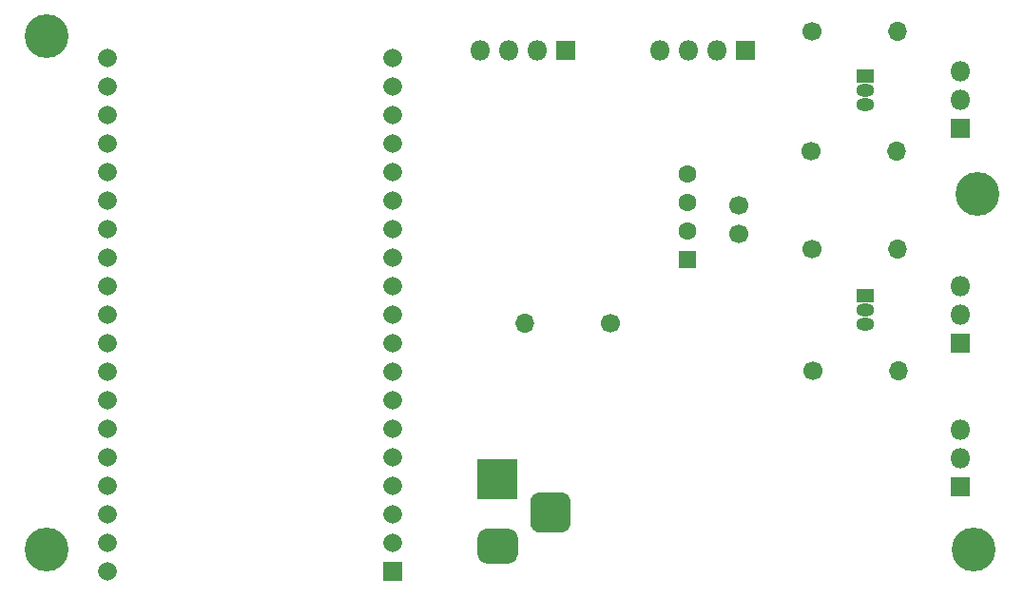
<source format=gbr>
G04 #@! TF.GenerationSoftware,KiCad,Pcbnew,(5.1.6)-1*
G04 #@! TF.CreationDate,2020-07-21T12:12:18+05:30*
G04 #@! TF.ProjectId,WeatherStationPCB,57656174-6865-4725-9374-6174696f6e50,rev?*
G04 #@! TF.SameCoordinates,Original*
G04 #@! TF.FileFunction,Soldermask,Top*
G04 #@! TF.FilePolarity,Negative*
%FSLAX46Y46*%
G04 Gerber Fmt 4.6, Leading zero omitted, Abs format (unit mm)*
G04 Created by KiCad (PCBNEW (5.1.6)-1) date 2020-07-21 12:12:18*
%MOMM*%
%LPD*%
G01*
G04 APERTURE LIST*
%ADD10O,1.800000X1.800000*%
%ADD11R,1.800000X1.800000*%
%ADD12C,3.900000*%
%ADD13O,1.700000X1.700000*%
%ADD14C,1.700000*%
%ADD15R,1.660000X1.660000*%
%ADD16C,1.660000*%
%ADD17C,1.600000*%
%ADD18R,1.600000X1.600000*%
%ADD19R,3.600000X3.600000*%
%ADD20O,1.600000X1.150000*%
%ADD21R,1.600000X1.150000*%
G04 APERTURE END LIST*
D10*
X156337000Y-99758000D03*
X156337000Y-102298000D03*
D11*
X156337000Y-104838000D03*
D12*
X74930000Y-123190000D03*
X74930000Y-77470000D03*
X157861000Y-91567000D03*
X157480000Y-123190000D03*
D13*
X117538000Y-103060000D03*
D14*
X125158000Y-103060000D03*
D13*
X150812000Y-107315000D03*
D14*
X143192000Y-107315000D03*
D13*
X150686000Y-87693500D03*
D14*
X143066000Y-87693500D03*
D13*
X150749000Y-96456500D03*
D14*
X143129000Y-96456500D03*
D13*
X150749000Y-77089000D03*
D14*
X143129000Y-77089000D03*
D10*
X113602000Y-78740000D03*
X116142000Y-78740000D03*
X118682000Y-78740000D03*
D11*
X121222000Y-78740000D03*
D10*
X156337000Y-112522000D03*
X156337000Y-115062000D03*
D11*
X156337000Y-117602000D03*
D10*
X156337000Y-80645000D03*
X156337000Y-83185000D03*
D11*
X156337000Y-85725000D03*
D10*
X129540000Y-78740000D03*
X132080000Y-78740000D03*
X134620000Y-78740000D03*
D11*
X137160000Y-78740000D03*
D15*
X105791000Y-125170000D03*
D16*
X105791000Y-122630000D03*
X105791000Y-79450000D03*
X105791000Y-120090000D03*
X105791000Y-117550000D03*
X105791000Y-115010000D03*
X105791000Y-112470000D03*
X105791000Y-109930000D03*
X105791000Y-107390000D03*
X105791000Y-104850000D03*
X105791000Y-102310000D03*
X105791000Y-99770000D03*
X105791000Y-97230000D03*
X105791000Y-94690000D03*
X105791000Y-92150000D03*
X105791000Y-89610000D03*
X105791000Y-87070000D03*
X105791000Y-84530000D03*
X105791000Y-81990000D03*
X80391000Y-125170000D03*
X80391000Y-122630000D03*
X80391000Y-120090000D03*
X80391000Y-117550000D03*
X80391000Y-115010000D03*
X80391000Y-112470000D03*
X80391000Y-109930000D03*
X80391000Y-107390000D03*
X80391000Y-104850000D03*
X80391000Y-102310000D03*
X80391000Y-99770000D03*
X80391000Y-97230000D03*
X80391000Y-94690000D03*
X80391000Y-92150000D03*
X80391000Y-89610000D03*
X80391000Y-87070000D03*
X80391000Y-84530000D03*
X80391000Y-81990000D03*
X80391000Y-79450000D03*
D17*
X132016000Y-89725500D03*
X132016000Y-92265500D03*
X132016000Y-94805500D03*
D18*
X132016000Y-97345500D03*
D14*
X136588000Y-92559500D03*
X136588000Y-95059500D03*
D19*
X115126000Y-116904000D03*
G36*
G01*
X116151000Y-124454000D02*
X114101000Y-124454000D01*
G75*
G02*
X113326000Y-123679000I0J775000D01*
G01*
X113326000Y-122129000D01*
G75*
G02*
X114101000Y-121354000I775000J0D01*
G01*
X116151000Y-121354000D01*
G75*
G02*
X116926000Y-122129000I0J-775000D01*
G01*
X116926000Y-123679000D01*
G75*
G02*
X116151000Y-124454000I-775000J0D01*
G01*
G37*
G36*
G01*
X120726000Y-121704000D02*
X118926000Y-121704000D01*
G75*
G02*
X118026000Y-120804000I0J900000D01*
G01*
X118026000Y-119004000D01*
G75*
G02*
X118926000Y-118104000I900000J0D01*
G01*
X120726000Y-118104000D01*
G75*
G02*
X121626000Y-119004000I0J-900000D01*
G01*
X121626000Y-120804000D01*
G75*
G02*
X120726000Y-121704000I-900000J0D01*
G01*
G37*
D20*
X147892000Y-82296000D03*
X147892000Y-83566000D03*
D21*
X147892000Y-81026000D03*
X147828000Y-100584000D03*
D20*
X147828000Y-103124000D03*
X147828000Y-101854000D03*
M02*

</source>
